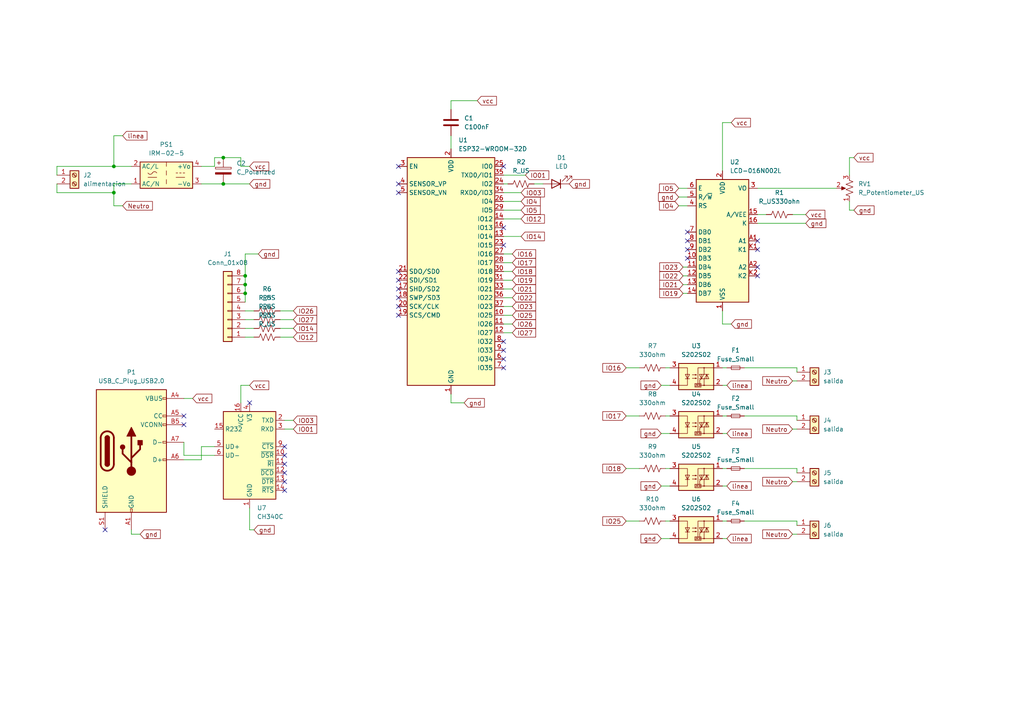
<source format=kicad_sch>
(kicad_sch (version 20250114) (generator "eeschema") (generator_version "9.0")
  (paper "A4")
  (title_block (title "Tarjeta 4 salidas") (date "2025-06-22") (rev "John Franco") (company "Titan s.a.s"))
  (lib_symbols
    (symbol "Connector:Screw_Terminal_01x02" (pin_names (offset 1.016) (hide yes))
      (property "Reference" "J" (at 0 2.54 0))
      (property "Value" "Screw_Terminal_01x02" (at 0 -5.08 0))
      (symbol "Screw_Terminal_01x02_1_1"
        (rectangle (start -1.27 1.27) (end 1.27 -3.81) (stroke (width 0.254)) (fill (type background)))
        (polyline (pts (xy -0.5334 0.3302) (xy 0.3302 -0.508)) (stroke (width 0.1524)))
        (polyline (pts (xy -0.5334 -2.2098) (xy 0.3302 -3.048)) (stroke (width 0.1524)))
        (polyline (pts (xy -0.3556 0.508) (xy 0.508 -0.3302)) (stroke (width 0.1524)))
        (polyline (pts (xy -0.3556 -2.032) (xy 0.508 -2.8702)) (stroke (width 0.1524)))
        (circle (center 0 0) (radius 0.635) (stroke (width 0.1524)))
        (circle (center 0 -2.54) (radius 0.635) (stroke (width 0.1524)))
        (pin passive line (at -5.08 0 0) (length 3.81) (name "Pin_1") (number "1"))
        (pin passive line (at -5.08 -2.54 0) (length 3.81) (name "Pin_2") (number "2"))
      )
    )
    (symbol "Connector:USB_C_Plug_USB2.0" (pin_names (offset 1.016))
      (property "Reference" "P" (at -10.16 19.05 0))
      (property "Value" "USB_C_Plug_USB2.0" (at 12.7 19.05 0))
      (symbol "USB_C_Plug_USB2.0_0_0"
        (rectangle (start -0.254 -17.78) (end 0.254 -16.764))
        (rectangle (start 10.16 15.494) (end 9.144 14.986))
        (rectangle (start 10.16 10.414) (end 9.144 9.906))
        (rectangle (start 10.16 7.874) (end 9.144 7.366))
        (rectangle (start 10.16 2.794) (end 9.144 2.286))
        (rectangle (start 10.16 -2.286) (end 9.144 -2.794))
      )
      (symbol "USB_C_Plug_USB2.0_0_1"
        (rectangle (start -10.16 17.78) (end 10.16 -17.78) (stroke (width 0.254)) (fill (type background)))
        (polyline (pts (xy -8.89 -3.81) (xy -8.89 3.81)) (stroke (width 0.508)))
        (rectangle (start -7.62 -3.81) (end -6.35 3.81) (stroke (width 0.254)) (fill (type outline)))
        (arc (start -7.62 3.81) (mid -6.985 4.4423) (end -6.35 3.81) (stroke (width 0.254)))
        (arc (start -7.62 3.81) (mid -6.985 4.4423) (end -6.35 3.81) (stroke (width 0.254)) (fill (type outline)))
        (arc (start -8.89 3.81) (mid -6.985 5.7067) (end -5.08 3.81) (stroke (width 0.508)))
        (arc (start -5.08 -3.81) (mid -6.985 -5.7067) (end -8.89 -3.81) (stroke (width 0.508)))
        (arc (start -6.35 -3.81) (mid -6.985 -4.4423) (end -7.62 -3.81) (stroke (width 0.254)))
        (arc (start -6.35 -3.81) (mid -6.985 -4.4423) (end -7.62 -3.81) (stroke (width 0.254)) (fill (type outline)))
        (polyline (pts (xy -5.08 3.81) (xy -5.08 -3.81)) (stroke (width 0.508)))
        (circle (center -2.54 1.143) (radius 0.635) (stroke (width 0.254)) (fill (type outline)))
        (polyline (pts (xy -1.27 4.318) (xy 0 6.858) (xy 1.27 4.318) (xy -1.27 4.318)) (stroke (width 0.254)) (fill (type outline)))
        (polyline (pts (xy 0 -2.032) (xy 2.54 0.508) (xy 2.54 1.778)) (stroke (width 0.508)))
        (polyline (pts (xy 0 -3.302) (xy -2.54 -0.762) (xy -2.54 0.508)) (stroke (width 0.508)))
        (polyline (pts (xy 0 -5.842) (xy 0 4.318)) (stroke (width 0.508)))
        (circle (center 0 -5.842) (radius 1.27) (fill (type outline)))
        (rectangle (start 1.905 1.778) (end 3.175 3.048) (stroke (width 0.254)) (fill (type outline)))
      )
      (symbol "USB_C_Plug_USB2.0_1_1"
        (pin passive line (at -7.62 -22.86 90) (length 5.08) (name "SHIELD") (number "S1"))
        (pin passive line (at 0 -22.86 90) (length 5.08) (name "GND") (number "A1"))
        (pin passive line (at 0 -22.86 90) (length 5.08) (hide yes) (name "GND") (number "A12"))
        (pin passive line (at 0 -22.86 90) (length 5.08) (hide yes) (name "GND") (number "B1"))
        (pin passive line (at 0 -22.86 90) (length 5.08) (hide yes) (name "GND") (number "B12"))
        (pin passive line (at 15.24 15.24 180) (length 5.08) (name "VBUS") (number "A4"))
        (pin passive line (at 15.24 15.24 180) (length 5.08) (hide yes) (name "VBUS") (number "A9"))
        (pin passive line (at 15.24 15.24 180) (length 5.08) (hide yes) (name "VBUS") (number "B4"))
        (pin passive line (at 15.24 15.24 180) (length 5.08) (hide yes) (name "VBUS") (number "B9"))
        (pin bidirectional line (at 15.24 10.16 180) (length 5.08) (name "CC") (number "A5"))
        (pin bidirectional line (at 15.24 7.62 180) (length 5.08) (name "VCONN") (number "B5"))
        (pin bidirectional line (at 15.24 2.54 180) (length 5.08) (name "D-") (number "A7"))
        (pin bidirectional line (at 15.24 -2.54 180) (length 5.08) (name "D+") (number "A6"))
      )
    )
    (symbol "Connector_Generic:Conn_01x08" (pin_names (offset 1.016) (hide yes))
      (property "Reference" "J" (at 0 10.16 0))
      (property "Value" "Conn_01x08" (at 0 -12.7 0))
      (symbol "Conn_01x08_1_1"
        (rectangle (start -1.27 8.89) (end 1.27 -11.43) (stroke (width 0.254)) (fill (type background)))
        (rectangle (start -1.27 7.747) (end 0 7.493) (stroke (width 0.1524)))
        (rectangle (start -1.27 5.207) (end 0 4.953) (stroke (width 0.1524)))
        (rectangle (start -1.27 2.667) (end 0 2.413) (stroke (width 0.1524)))
        (rectangle (start -1.27 0.127) (end 0 -0.127) (stroke (width 0.1524)))
        (rectangle (start -1.27 -2.413) (end 0 -2.667) (stroke (width 0.1524)))
        (rectangle (start -1.27 -4.953) (end 0 -5.207) (stroke (width 0.1524)))
        (rectangle (start -1.27 -7.493) (end 0 -7.747) (stroke (width 0.1524)))
        (rectangle (start -1.27 -10.033) (end 0 -10.287) (stroke (width 0.1524)))
        (pin passive line (at -5.08 7.62 0) (length 3.81) (name "Pin_1") (number "1"))
        (pin passive line (at -5.08 5.08 0) (length 3.81) (name "Pin_2") (number "2"))
        (pin passive line (at -5.08 2.54 0) (length 3.81) (name "Pin_3") (number "3"))
        (pin passive line (at -5.08 0 0) (length 3.81) (name "Pin_4") (number "4"))
        (pin passive line (at -5.08 -2.54 0) (length 3.81) (name "Pin_5") (number "5"))
        (pin passive line (at -5.08 -5.08 0) (length 3.81) (name "Pin_6") (number "6"))
        (pin passive line (at -5.08 -7.62 0) (length 3.81) (name "Pin_7") (number "7"))
        (pin passive line (at -5.08 -10.16 0) (length 3.81) (name "Pin_8") (number "8"))
      )
    )
    (symbol "Converter_ACDC:IRM-02-5"
      (property "Reference" "PS" (at 0 5.08 0))
      (property "Value" "IRM-02-5" (at 0 -5.08 0))
      (symbol "IRM-02-5_0_1"
        (rectangle (start -7.62 3.81) (end 7.62 -3.81) (stroke (width 0.254)) (fill (type background)))
        (polyline (pts (xy -5.334 -0.635) (xy -2.794 -0.635)))
        (arc (start -4.064 0.635) (mid -4.699 0.2495) (end -5.334 0.635))
        (arc (start -4.064 0.635) (mid -3.429 1.0072) (end -2.794 0.635))
        (polyline (pts (xy 2.794 0.635) (xy 3.302 0.635)))
        (polyline (pts (xy 2.794 -0.635) (xy 5.334 -0.635)))
        (polyline (pts (xy 3.81 0.635) (xy 4.318 0.635)))
        (polyline (pts (xy 4.826 0.635) (xy 5.334 0.635)))
      )
      (symbol "IRM-02-5_1_1"
        (polyline (pts (xy 0 3.81) (xy 0 2.54)))
        (polyline (pts (xy 0 1.27) (xy 0 0)))
        (polyline (pts (xy 0 -1.27) (xy 0 -2.54)))
        (pin power_in line (at -10.16 2.54 0) (length 2.54) (name "AC/L") (number "2"))
        (pin power_in line (at -10.16 -2.54 0) (length 2.54) (name "AC/N") (number "1"))
        (pin power_out line (at 10.16 2.54 180) (length 2.54) (name "+Vo") (number "4"))
        (pin power_out line (at 10.16 -2.54 180) (length 2.54) (name "-Vo") (number "3"))
      )
    )
    (symbol "Device:C" (pin_numbers (hide yes)) (pin_names (offset 0.254))
      (property "Reference" "C" (at 0.635 2.54 0))
      (property "Value" "C" (at 0.635 -2.54 0))
      (symbol "C_0_1"
        (polyline (pts (xy -2.032 0.762) (xy 2.032 0.762)) (stroke (width 0.508)))
        (polyline (pts (xy -2.032 -0.762) (xy 2.032 -0.762)) (stroke (width 0.508)))
      )
      (symbol "C_1_1"
        (pin passive line (at 0 3.81 270) (length 2.794) (name "~") (number "1"))
        (pin passive line (at 0 -3.81 90) (length 2.794) (name "~") (number "2"))
      )
    )
    (symbol "Device:C_Polarized" (pin_numbers (hide yes)) (pin_names (offset 0.254))
      (property "Reference" "C" (at 0.635 2.54 0))
      (property "Value" "C_Polarized" (at 0.635 -2.54 0))
      (symbol "C_Polarized_0_1"
        (rectangle (start -2.286 0.508) (end 2.286 1.016))
        (polyline (pts (xy -1.778 2.286) (xy -0.762 2.286)))
        (polyline (pts (xy -1.27 2.794) (xy -1.27 1.778)))
        (rectangle (start 2.286 -0.508) (end -2.286 -1.016) (fill (type outline)))
      )
      (symbol "C_Polarized_1_1"
        (pin passive line (at 0 3.81 270) (length 2.794) (name "~") (number "1"))
        (pin passive line (at 0 -3.81 90) (length 2.794) (name "~") (number "2"))
      )
    )
    (symbol "Device:Fuse_Small" (pin_numbers (hide yes)) (pin_names (offset 0.254) (hide yes))
      (property "Reference" "F" (at 0 -1.524 0))
      (property "Value" "Fuse_Small" (at 0 1.524 0))
      (symbol "Fuse_Small_0_1"
        (rectangle (start -1.27 0.508) (end 1.27 -0.508))
        (polyline (pts (xy -1.27 0) (xy 1.27 0)))
      )
      (symbol "Fuse_Small_1_1"
        (pin passive line (at -2.54 0 0) (length 1.27) (name "~") (number "1"))
        (pin passive line (at 2.54 0 180) (length 1.27) (name "~") (number "2"))
      )
    )
    (symbol "Device:LED" (pin_numbers (hide yes)) (pin_names (offset 1.016) (hide yes))
      (property "Reference" "D" (at 0 2.54 0))
      (property "Value" "LED" (at 0 -2.54 0))
      (symbol "LED_0_1"
        (polyline (pts (xy -3.048 -0.762) (xy -4.572 -2.286) (xy -3.81 -2.286) (xy -4.572 -2.286) (xy -4.572 -1.524)))
        (polyline (pts (xy -1.778 -0.762) (xy -3.302 -2.286) (xy -2.54 -2.286) (xy -3.302 -2.286) (xy -3.302 -1.524)))
        (polyline (pts (xy -1.27 0) (xy 1.27 0)))
        (polyline (pts (xy -1.27 -1.27) (xy -1.27 1.27)) (stroke (width 0.254)))
        (polyline (pts (xy 1.27 -1.27) (xy 1.27 1.27) (xy -1.27 0) (xy 1.27 -1.27)) (stroke (width 0.254)))
      )
      (symbol "LED_1_1"
        (pin passive line (at -3.81 0 0) (length 2.54) (name "K") (number "1"))
        (pin passive line (at 3.81 0 180) (length 2.54) (name "A") (number "2"))
      )
    )
    (symbol "Device:R_Potentiometer_US" (pin_names (offset 1.016) (hide yes))
      (property "Reference" "RV" (at -4.445 0 90))
      (property "Value" "R_Potentiometer_US" (at -2.54 0 90))
      (symbol "R_Potentiometer_US_0_1"
        (polyline (pts (xy 0 2.54) (xy 0 2.286)))
        (polyline (pts (xy 0 2.286) (xy 1.016 1.905) (xy 0 1.524) (xy -1.016 1.143) (xy 0 0.762)))
        (polyline (pts (xy 0 0.762) (xy 1.016 0.381) (xy 0 0) (xy -1.016 -0.381) (xy 0 -0.762)))
        (polyline (pts (xy 0 -0.762) (xy 1.016 -1.143) (xy 0 -1.524) (xy -1.016 -1.905) (xy 0 -2.286)))
        (polyline (pts (xy 0 -2.286) (xy 0 -2.54)))
        (polyline (pts (xy 1.143 0) (xy 2.286 0.508) (xy 2.286 -0.508) (xy 1.143 0)) (fill (type outline)))
        (polyline (pts (xy 2.54 0) (xy 1.524 0)))
      )
      (symbol "R_Potentiometer_US_1_1"
        (pin passive line (at 0 3.81 270) (length 1.27) (name "1") (number "1"))
        (pin passive line (at 0 -3.81 90) (length 1.27) (name "3") (number "3"))
        (pin passive line (at 3.81 0 180) (length 1.27) (name "2") (number "2"))
      )
    )
    (symbol "Device:R_US" (pin_numbers (hide yes)) (pin_names (offset 0))
      (property "Reference" "R" (at 2.54 0 90))
      (property "Value" "R_US" (at -2.54 0 90))
      (symbol "R_US_0_1"
        (polyline (pts (xy 0 2.286) (xy 0 2.54)))
        (polyline (pts (xy 0 2.286) (xy 1.016 1.905) (xy 0 1.524) (xy -1.016 1.143) (xy 0 0.762)))
        (polyline (pts (xy 0 0.762) (xy 1.016 0.381) (xy 0 0) (xy -1.016 -0.381) (xy 0 -0.762)))
        (polyline (pts (xy 0 -0.762) (xy 1.016 -1.143) (xy 0 -1.524) (xy -1.016 -1.905) (xy 0 -2.286)))
        (polyline (pts (xy 0 -2.286) (xy 0 -2.54)))
      )
      (symbol "R_US_1_1"
        (pin passive line (at 0 3.81 270) (length 1.27) (name "~") (number "1"))
        (pin passive line (at 0 -3.81 90) (length 1.27) (name "~") (number "2"))
      )
    )
    (symbol "Display_Character:LCD-016N002L"
      (property "Reference" "U" (at -6.35 18.796 0))
      (property "Value" "LCD-016N002L" (at 8.636 18.796 0))
      (symbol "LCD-016N002L_1_1"
        (rectangle (start -7.62 17.78) (end 7.62 -17.78) (stroke (width 0.254)) (fill (type background)))
        (pin input line (at -10.16 15.24 0) (length 2.54) (name "E") (number "6"))
        (pin input line (at -10.16 12.7 0) (length 2.54) (name "R/~{W}") (number "5"))
        (pin input line (at -10.16 10.16 0) (length 2.54) (name "RS") (number "4"))
        (pin bidirectional line (at -10.16 2.54 0) (length 2.54) (name "DB0") (number "7"))
        (pin bidirectional line (at -10.16 0 0) (length 2.54) (name "DB1") (number "8"))
        (pin bidirectional line (at -10.16 -2.54 0) (length 2.54) (name "DB2") (number "9"))
        (pin bidirectional line (at -10.16 -5.08 0) (length 2.54) (name "DB3") (number "10"))
        (pin bidirectional line (at -10.16 -7.62 0) (length 2.54) (name "DB4") (number "11"))
        (pin bidirectional line (at -10.16 -10.16 0) (length 2.54) (name "DB5") (number "12"))
        (pin bidirectional line (at -10.16 -12.7 0) (length 2.54) (name "DB6") (number "13"))
        (pin bidirectional line (at -10.16 -15.24 0) (length 2.54) (name "DB7") (number "14"))
        (pin power_in line (at 0 20.32 270) (length 2.54) (name "VDD") (number "2"))
        (pin power_in line (at 0 -20.32 90) (length 2.54) (name "VSS") (number "1"))
        (pin input line (at 10.16 15.24 180) (length 2.54) (name "VO") (number "3"))
        (pin power_in line (at 10.16 7.62 180) (length 2.54) (name "A/VEE") (number "15"))
        (pin power_in line (at 10.16 5.08 180) (length 2.54) (name "K") (number "16"))
        (pin power_in line (at 10.16 0 180) (length 2.54) (name "A1") (number "A1"))
        (pin power_in line (at 10.16 -2.54 180) (length 2.54) (name "K1") (number "K1"))
        (pin power_in line (at 10.16 -7.62 180) (length 2.54) (name "A2") (number "A2"))
        (pin power_in line (at 10.16 -10.16 180) (length 2.54) (name "K2") (number "K2"))
      )
    )
    (symbol "Interface_USB:CH340C"
      (property "Reference" "U" (at -5.08 13.97 0))
      (property "Value" "CH340C" (at 1.27 13.97 0))
      (symbol "CH340C_0_1"
        (rectangle (start -7.62 12.7) (end 7.62 -12.7) (stroke (width 0.254)) (fill (type background)))
      )
      (symbol "CH340C_1_1"
        (pin input line (at -10.16 7.62 0) (length 2.54) (name "R232") (number "15"))
        (pin bidirectional line (at -10.16 2.54 0) (length 2.54) (name "UD+") (number "5"))
        (pin bidirectional line (at -10.16 0 0) (length 2.54) (name "UD-") (number "6"))
        (pin no_connect line (at -7.62 -5.08 0) (length 2.54) (hide yes) (name "NC") (number "7"))
        (pin no_connect line (at -7.62 -7.62 0) (length 2.54) (hide yes) (name "NC") (number "8"))
        (pin power_in line (at -2.54 15.24 270) (length 2.54) (name "VCC") (number "16"))
        (pin power_out line (at 0 15.24 270) (length 2.54) (name "V3") (number "4"))
        (pin power_in line (at 0 -15.24 90) (length 2.54) (name "GND") (number "1"))
        (pin output line (at 10.16 10.16 180) (length 2.54) (name "TXD") (number "2"))
        (pin input line (at 10.16 7.62 180) (length 2.54) (name "RXD") (number "3"))
        (pin input line (at 10.16 2.54 180) (length 2.54) (name "~{CTS}") (number "9"))
        (pin input line (at 10.16 0 180) (length 2.54) (name "~{DSR}") (number "10"))
        (pin input line (at 10.16 -2.54 180) (length 2.54) (name "~{RI}") (number "11"))
        (pin input line (at 10.16 -5.08 180) (length 2.54) (name "~{DCD}") (number "12"))
        (pin output line (at 10.16 -7.62 180) (length 2.54) (name "~{DTR}") (number "13"))
        (pin output line (at 10.16 -10.16 180) (length 2.54) (name "~{RTS}") (number "14"))
      )
    )
    (symbol "RF_Module:ESP32-WROOM-32D"
      (property "Reference" "U" (at -12.7 34.29 0))
      (property "Value" "ESP32-WROOM-32D" (at 1.27 34.29 0))
      (symbol "ESP32-WROOM-32D_0_1"
        (rectangle (start -12.7 33.02) (end 12.7 -33.02) (stroke (width 0.254)) (fill (type background)))
      )
      (symbol "ESP32-WROOM-32D_1_1"
        (pin input line (at -15.24 30.48 0) (length 2.54) (name "EN") (number "3"))
        (pin input line (at -15.24 25.4 0) (length 2.54) (name "SENSOR_VP") (number "4"))
        (pin input line (at -15.24 22.86 0) (length 2.54) (name "SENSOR_VN") (number "5"))
        (pin bidirectional line (at -15.24 0 0) (length 2.54) (name "SDO/SD0") (number "21"))
        (pin bidirectional line (at -15.24 -2.54 0) (length 2.54) (name "SDI/SD1") (number "22"))
        (pin bidirectional line (at -15.24 -5.08 0) (length 2.54) (name "SHD/SD2") (number "17"))
        (pin bidirectional line (at -15.24 -7.62 0) (length 2.54) (name "SWP/SD3") (number "18"))
        (pin bidirectional line (at -15.24 -10.16 0) (length 2.54) (name "SCK/CLK") (number "20"))
        (pin bidirectional line (at -15.24 -12.7 0) (length 2.54) (name "SCS/CMD") (number "19"))
        (pin no_connect line (at -12.7 -27.94 0) (length 2.54) (hide yes) (name "NC") (number "32"))
        (pin power_in line (at 0 35.56 270) (length 2.54) (name "VDD") (number "2"))
        (pin power_in line (at 0 -35.56 90) (length 2.54) (name "GND") (number "1"))
        (pin passive line (at 0 -35.56 90) (length 2.54) (hide yes) (name "GND") (number "15"))
        (pin passive line (at 0 -35.56 90) (length 2.54) (hide yes) (name "GND") (number "38"))
        (pin passive line (at 0 -35.56 90) (length 2.54) (hide yes) (name "GND") (number "39"))
        (pin bidirectional line (at 15.24 30.48 180) (length 2.54) (name "IO0") (number "25"))
        (pin bidirectional line (at 15.24 27.94 180) (length 2.54) (name "TXD0/IO1") (number "35"))
        (pin bidirectional line (at 15.24 25.4 180) (length 2.54) (name "IO2") (number "24"))
        (pin bidirectional line (at 15.24 22.86 180) (length 2.54) (name "RXD0/IO3") (number "34"))
        (pin bidirectional line (at 15.24 20.32 180) (length 2.54) (name "IO4") (number "26"))
        (pin bidirectional line (at 15.24 17.78 180) (length 2.54) (name "IO5") (number "29"))
        (pin bidirectional line (at 15.24 15.24 180) (length 2.54) (name "IO12") (number "14"))
        (pin bidirectional line (at 15.24 12.7 180) (length 2.54) (name "IO13") (number "16"))
        (pin bidirectional line (at 15.24 10.16 180) (length 2.54) (name "IO14") (number "13"))
        (pin bidirectional line (at 15.24 7.62 180) (length 2.54) (name "IO15") (number "23"))
        (pin bidirectional line (at 15.24 5.08 180) (length 2.54) (name "IO16") (number "27"))
        (pin bidirectional line (at 15.24 2.54 180) (length 2.54) (name "IO17") (number "28"))
        (pin bidirectional line (at 15.24 0 180) (length 2.54) (name "IO18") (number "30"))
        (pin bidirectional line (at 15.24 -2.54 180) (length 2.54) (name "IO19") (number "31"))
        (pin bidirectional line (at 15.24 -5.08 180) (length 2.54) (name "IO21") (number "33"))
        (pin bidirectional line (at 15.24 -7.62 180) (length 2.54) (name "IO22") (number "36"))
        (pin bidirectional line (at 15.24 -10.16 180) (length 2.54) (name "IO23") (number "37"))
        (pin bidirectional line (at 15.24 -12.7 180) (length 2.54) (name "IO25") (number "10"))
        (pin bidirectional line (at 15.24 -15.24 180) (length 2.54) (name "IO26") (number "11"))
        (pin bidirectional line (at 15.24 -17.78 180) (length 2.54) (name "IO27") (number "12"))
        (pin bidirectional line (at 15.24 -20.32 180) (length 2.54) (name "IO32") (number "8"))
        (pin bidirectional line (at 15.24 -22.86 180) (length 2.54) (name "IO33") (number "9"))
        (pin input line (at 15.24 -25.4 180) (length 2.54) (name "IO34") (number "6"))
        (pin input line (at 15.24 -27.94 180) (length 2.54) (name "IO35") (number "7"))
      )
    )
    (symbol "Relay_SolidState:S202S02"
      (property "Reference" "U" (at -5.08 5.08 0))
      (property "Value" "S202S02" (at 0 5.08 0))
      (symbol "S202S02_0_0"
        (rectangle (start -0.381 -2.032) (end 1.397 -3.048))
        (polyline (pts (xy 1.524 -0.635) (xy 1.016 -1.016) (xy 1.016 -2.032)))
        (polyline (pts (xy 2.286 -2.54) (xy 1.397 -2.54)))
        (text "ZCD" (at 0.508 -2.54 0) (effects (font (size 0.508 0.508))))
      )
      (symbol "S202S02_0_1"
        (rectangle (start -5.08 3.81) (end 5.08 -3.81) (stroke (width 0.254)) (fill (type background)))
        (polyline (pts (xy -5.08 2.54) (xy -2.54 2.54) (xy -2.54 -2.54) (xy -5.08 -2.54)))
        (polyline (pts (xy -3.175 -0.635) (xy -1.905 -0.635)))
        (polyline (pts (xy -2.54 -0.635) (xy -3.175 0.635) (xy -1.905 0.635) (xy -2.54 -0.635)))
        (polyline (pts (xy -1.143 0.508) (xy 0.127 0.508) (xy -0.254 0.381) (xy -0.254 0.635) (xy 0.127 0.508)))
        (polyline (pts (xy -1.143 -0.508) (xy 0.127 -0.508) (xy -0.254 -0.635) (xy -0.254 -0.381) (xy 0.127 -0.508)))
        (polyline (pts (xy 0.889 -0.635) (xy 3.683 -0.635) (xy 3.048 0.635) (xy 2.413 -0.635)))
        (polyline (pts (xy 1.524 -0.635) (xy 1.524 0.635)))
        (polyline (pts (xy 2.286 2.54) (xy 0.508 2.54) (xy 0.508 -2.032)))
        (circle (center 2.286 2.54) (radius 0.127))
        (polyline (pts (xy 2.286 0.635) (xy 2.286 2.54) (xy 5.08 2.54)))
        (polyline (pts (xy 2.286 -0.635) (xy 2.286 -2.54) (xy 5.08 -2.54)))
        (circle (center 2.286 -2.54) (radius 0.127))
        (polyline (pts (xy 3.048 0.635) (xy 3.048 -0.635)))
        (polyline (pts (xy 3.683 0.635) (xy 0.889 0.635) (xy 1.524 -0.635) (xy 2.159 0.635)))
      )
      (symbol "S202S02_1_1"
        (pin passive line (at -7.62 2.54 0) (length 2.54) (name "~") (number "3"))
        (pin passive line (at -7.62 -2.54 0) (length 2.54) (name "~") (number "4"))
        (pin passive line (at 7.62 2.54 180) (length 2.54) (name "~") (number "1"))
        (pin passive line (at 7.62 -2.54 180) (length 2.54) (name "~") (number "2"))
      )
    )
  )
  (junction (at 64.77 53.34))
  (junction (at 33.02 48.26))
  (junction (at 33.02 55.88))
  (junction (at 71.12 82.55))
  (junction (at 71.12 85.09))
  (junction (at 71.12 80.01))
  (junction (at 64.77 45.72))
  (no_connect (at 146.05 101.6))
  (no_connect (at 219.71 77.47))
  (no_connect (at 115.57 55.88))
  (no_connect (at 82.55 139.7))
  (no_connect (at 115.57 48.26))
  (no_connect (at 82.55 142.24))
  (no_connect (at 199.39 69.85))
  (no_connect (at 146.05 66.04))
  (no_connect (at 82.55 129.54))
  (no_connect (at 115.57 83.82))
  (no_connect (at 199.39 67.31))
  (no_connect (at 82.55 134.62))
  (no_connect (at 53.34 120.65))
  (no_connect (at 30.48 153.67))
  (no_connect (at 146.05 71.12))
  (no_connect (at 53.34 123.19))
  (no_connect (at 115.57 53.34))
  (no_connect (at 146.05 99.06))
  (no_connect (at 146.05 106.68))
  (no_connect (at 219.71 69.85))
  (no_connect (at 199.39 74.93))
  (no_connect (at 146.05 48.26))
  (no_connect (at 82.55 132.08))
  (no_connect (at 115.57 91.44))
  (no_connect (at 219.71 80.01))
  (no_connect (at 219.71 72.39))
  (no_connect (at 115.57 88.9))
  (no_connect (at 146.05 104.14))
  (no_connect (at 115.57 78.74))
  (no_connect (at 115.57 86.36))
  (no_connect (at 72.39 116.84))
  (no_connect (at 115.57 81.28))
  (no_connect (at 82.55 137.16))
  (no_connect (at 199.39 72.39))
  (wire (pts (xy 209.55 93.98) (xy 212.09 93.98)))
  (wire (pts (xy 16.51 55.88) (xy 33.02 55.88)))
  (wire (pts (xy 146.05 88.9) (xy 148.59 88.9)))
  (wire (pts (xy 146.05 91.44) (xy 148.59 91.44)))
  (wire (pts (xy 71.12 92.71) (xy 73.66 92.71)))
  (wire (pts (xy 219.71 54.61) (xy 242.57 54.61)))
  (wire (pts (xy 191.77 140.97) (xy 194.31 140.97)))
  (wire (pts (xy 62.23 45.72) (xy 64.77 45.72)))
  (wire (pts (xy 81.28 90.17) (xy 85.09 90.17)))
  (wire (pts (xy 53.34 128.27) (xy 53.34 132.08)))
  (wire (pts (xy 146.05 78.74) (xy 148.59 78.74)))
  (wire (pts (xy 219.71 62.23) (xy 222.25 62.23)))
  (wire (pts (xy 209.55 135.89) (xy 210.82 135.89)))
  (wire (pts (xy 146.05 68.58) (xy 151.13 68.58)))
  (wire (pts (xy 58.42 129.54) (xy 62.23 129.54)))
  (wire (pts (xy 69.85 45.72) (xy 64.77 45.72)))
  (wire (pts (xy 81.28 92.71) (xy 85.09 92.71)))
  (wire (pts (xy 58.42 48.26) (xy 62.23 48.26)))
  (wire (pts (xy 229.87 110.49) (xy 231.14 110.49)))
  (wire (pts (xy 209.55 111.76) (xy 210.82 111.76)))
  (wire (pts (xy 198.12 85.09) (xy 199.39 85.09)))
  (wire (pts (xy 198.12 82.55) (xy 199.39 82.55)))
  (wire (pts (xy 38.1 154.94) (xy 38.1 153.67)))
  (wire (pts (xy 229.87 139.7) (xy 231.14 139.7)))
  (wire (pts (xy 81.28 95.25) (xy 85.09 95.25)))
  (wire (pts (xy 231.14 106.68) (xy 231.14 107.95)))
  (wire (pts (xy 71.12 95.25) (xy 73.66 95.25)))
  (wire (pts (xy 209.55 106.68) (xy 210.82 106.68)))
  (wire (pts (xy 191.77 111.76) (xy 194.31 111.76)))
  (wire (pts (xy 138.43 29.21) (xy 130.81 29.21)))
  (wire (pts (xy 130.81 116.84) (xy 134.62 116.84)))
  (wire (pts (xy 64.77 53.34) (xy 72.39 53.34)))
  (wire (pts (xy 193.04 151.13) (xy 194.31 151.13)))
  (wire (pts (xy 191.77 125.73) (xy 194.31 125.73)))
  (wire (pts (xy 146.05 50.8) (xy 152.4 50.8)))
  (wire (pts (xy 193.04 135.89) (xy 194.31 135.89)))
  (wire (pts (xy 231.14 137.16) (xy 231.14 135.89)))
  (wire (pts (xy 209.55 35.56) (xy 212.09 35.56)))
  (wire (pts (xy 58.42 53.34) (xy 64.77 53.34)))
  (wire (pts (xy 196.85 54.61) (xy 199.39 54.61)))
  (wire (pts (xy 196.85 57.15) (xy 199.39 57.15)))
  (wire (pts (xy 209.55 140.97) (xy 210.82 140.97)))
  (wire (pts (xy 69.85 48.26) (xy 69.85 45.72)))
  (wire (pts (xy 146.05 96.52) (xy 148.59 96.52)))
  (wire (pts (xy 191.77 156.21) (xy 194.31 156.21)))
  (wire (pts (xy 196.85 59.69) (xy 199.39 59.69)))
  (wire (pts (xy 72.39 111.76) (xy 69.85 111.76)))
  (wire (pts (xy 16.51 48.26) (xy 33.02 48.26)))
  (wire (pts (xy 193.04 120.65) (xy 194.31 120.65)))
  (wire (pts (xy 193.04 106.68) (xy 194.31 106.68)))
  (wire (pts (xy 33.02 39.37) (xy 33.02 48.26)))
  (wire (pts (xy 181.61 151.13) (xy 185.42 151.13)))
  (wire (pts (xy 229.87 154.94) (xy 231.14 154.94)))
  (wire (pts (xy 246.38 58.42) (xy 246.38 60.96)))
  (wire (pts (xy 146.05 83.82) (xy 148.59 83.82)))
  (wire (pts (xy 16.51 53.34) (xy 16.51 55.88)))
  (wire (pts (xy 209.55 35.56) (xy 209.55 49.53)))
  (wire (pts (xy 219.71 64.77) (xy 233.68 64.77)))
  (wire (pts (xy 72.39 48.26) (xy 69.85 48.26)))
  (wire (pts (xy 62.23 48.26) (xy 62.23 45.72)))
  (wire (pts (xy 71.12 90.17) (xy 73.66 90.17)))
  (wire (pts (xy 146.05 58.42) (xy 151.13 58.42)))
  (wire (pts (xy 146.05 76.2) (xy 148.59 76.2)))
  (wire (pts (xy 16.51 50.8) (xy 16.51 48.26)))
  (wire (pts (xy 35.56 59.69) (xy 33.02 59.69)))
  (wire (pts (xy 231.14 106.68) (xy 215.9 106.68)))
  (wire (pts (xy 82.55 121.92) (xy 85.09 121.92)))
  (wire (pts (xy 209.55 120.65) (xy 210.82 120.65)))
  (wire (pts (xy 71.12 82.55) (xy 71.12 85.09)))
  (wire (pts (xy 198.12 77.47) (xy 199.39 77.47)))
  (wire (pts (xy 181.61 120.65) (xy 185.42 120.65)))
  (wire (pts (xy 146.05 53.34) (xy 147.32 53.34)))
  (wire (pts (xy 246.38 45.72) (xy 247.65 45.72)))
  (wire (pts (xy 146.05 73.66) (xy 148.59 73.66)))
  (wire (pts (xy 71.12 80.01) (xy 71.12 82.55)))
  (wire (pts (xy 146.05 60.96) (xy 151.13 60.96)))
  (wire (pts (xy 35.56 39.37) (xy 33.02 39.37)))
  (wire (pts (xy 130.81 39.37) (xy 130.81 43.18)))
  (wire (pts (xy 71.12 73.66) (xy 71.12 80.01)))
  (wire (pts (xy 246.38 60.96) (xy 247.65 60.96)))
  (wire (pts (xy 38.1 48.26) (xy 33.02 48.26)))
  (wire (pts (xy 231.14 152.4) (xy 231.14 151.13)))
  (wire (pts (xy 72.39 147.32) (xy 72.39 153.67)))
  (wire (pts (xy 53.34 133.35) (xy 58.42 133.35)))
  (wire (pts (xy 209.55 90.17) (xy 209.55 93.98)))
  (wire (pts (xy 58.42 133.35) (xy 58.42 129.54)))
  (wire (pts (xy 71.12 97.79) (xy 73.66 97.79)))
  (wire (pts (xy 74.93 73.66) (xy 71.12 73.66)))
  (wire (pts (xy 146.05 86.36) (xy 148.59 86.36)))
  (wire (pts (xy 82.55 124.46) (xy 85.09 124.46)))
  (wire (pts (xy 146.05 63.5) (xy 151.13 63.5)))
  (wire (pts (xy 229.87 124.46) (xy 231.14 124.46)))
  (wire (pts (xy 181.61 135.89) (xy 185.42 135.89)))
  (wire (pts (xy 72.39 153.67) (xy 73.66 153.67)))
  (wire (pts (xy 209.55 151.13) (xy 210.82 151.13)))
  (wire (pts (xy 146.05 55.88) (xy 151.13 55.88)))
  (wire (pts (xy 231.14 135.89) (xy 215.9 135.89)))
  (wire (pts (xy 33.02 59.69) (xy 33.02 55.88)))
  (wire (pts (xy 229.87 62.23) (xy 233.68 62.23)))
  (wire (pts (xy 209.55 125.73) (xy 210.82 125.73)))
  (wire (pts (xy 53.34 132.08) (xy 62.23 132.08)))
  (wire (pts (xy 231.14 151.13) (xy 215.9 151.13)))
  (wire (pts (xy 154.94 53.34) (xy 157.48 53.34)))
  (wire (pts (xy 146.05 93.98) (xy 148.59 93.98)))
  (wire (pts (xy 181.61 106.68) (xy 185.42 106.68)))
  (wire (pts (xy 199.39 80.01) (xy 198.12 80.01)))
  (wire (pts (xy 71.12 85.09) (xy 71.12 87.63)))
  (wire (pts (xy 146.05 81.28) (xy 148.59 81.28)))
  (wire (pts (xy 209.55 156.21) (xy 210.82 156.21)))
  (wire (pts (xy 81.28 97.79) (xy 85.09 97.79)))
  (wire (pts (xy 69.85 111.76) (xy 69.85 116.84)))
  (wire (pts (xy 40.64 154.94) (xy 38.1 154.94)))
  (wire (pts (xy 246.38 50.8) (xy 246.38 45.72)))
  (wire (pts (xy 130.81 29.21) (xy 130.81 31.75)))
  (wire (pts (xy 38.1 53.34) (xy 33.02 53.34)))
  (wire (pts (xy 130.81 114.3) (xy 130.81 116.84)))
  (wire (pts (xy 33.02 55.88) (xy 33.02 53.34)))
  (wire (pts (xy 231.14 120.65) (xy 215.9 120.65)))
  (wire (pts (xy 53.34 115.57) (xy 55.88 115.57)))
  (wire (pts (xy 231.14 121.92) (xy 231.14 120.65)))
  (global_label "IO26" (shape input) (at 85.09 90.17 0) (property "Intersheetrefs" "${INTERSHEET_REFS}" (effects (hide yes))))
  (global_label "Neutro" (shape input) (at 229.87 124.46 180) (property "Intersheetrefs" "${INTERSHEET_REFS}" (effects (hide yes))))
  (global_label "IO19" (shape input) (at 148.59 81.28 0) (property "Intersheetrefs" "${INTERSHEET_REFS}" (effects (hide yes))))
  (global_label "IO01" (shape input) (at 85.09 124.46 0) (property "Intersheetrefs" "${INTERSHEET_REFS}" (effects (hide yes))))
  (global_label "linea" (shape input) (at 210.82 140.97 0) (property "Intersheetrefs" "${INTERSHEET_REFS}" (effects (hide yes))))
  (global_label "Neutro" (shape input) (at 229.87 139.7 180) (property "Intersheetrefs" "${INTERSHEET_REFS}" (effects (hide yes))))
  (global_label "vcc" (shape input) (at 233.68 62.23 0) (property "Intersheetrefs" "${INTERSHEET_REFS}" (effects (hide yes))))
  (global_label "Neutro" (shape input) (at 229.87 110.49 180) (property "Intersheetrefs" "${INTERSHEET_REFS}" (effects (hide yes))))
  (global_label "linea" (shape input) (at 210.82 111.76 0) (property "Intersheetrefs" "${INTERSHEET_REFS}" (effects (hide yes))))
  (global_label "IO23" (shape input) (at 148.59 88.9 0) (property "Intersheetrefs" "${INTERSHEET_REFS}" (effects (hide yes))))
  (global_label "gnd" (shape input) (at 191.77 156.21 180) (property "Intersheetrefs" "${INTERSHEET_REFS}" (effects (hide yes))))
  (global_label "IO21" (shape input) (at 148.59 83.82 0) (property "Intersheetrefs" "${INTERSHEET_REFS}" (effects (hide yes))))
  (global_label "gnd" (shape input) (at 191.77 111.76 180) (property "Intersheetrefs" "${INTERSHEET_REFS}" (effects (hide yes))))
  (global_label "vcc" (shape input) (at 72.39 48.26 0) (property "Intersheetrefs" "${INTERSHEET_REFS}" (effects (hide yes))))
  (global_label "IO16" (shape input) (at 148.59 73.66 0) (property "Intersheetrefs" "${INTERSHEET_REFS}" (effects (hide yes))))
  (global_label "gnd" (shape input) (at 134.62 116.84 0) (property "Intersheetrefs" "${INTERSHEET_REFS}" (effects (hide yes))))
  (global_label "IO21" (shape input) (at 198.12 82.55 180) (property "Intersheetrefs" "${INTERSHEET_REFS}" (effects (hide yes))))
  (global_label "linea" (shape input) (at 210.82 125.73 0) (property "Intersheetrefs" "${INTERSHEET_REFS}" (effects (hide yes))))
  (global_label "gnd" (shape input) (at 191.77 125.73 180) (property "Intersheetrefs" "${INTERSHEET_REFS}" (effects (hide yes))))
  (global_label "IO12" (shape input) (at 151.13 63.5 0) (property "Intersheetrefs" "${INTERSHEET_REFS}" (effects (hide yes))))
  (global_label "Neutro" (shape input) (at 229.87 154.94 180) (property "Intersheetrefs" "${INTERSHEET_REFS}" (effects (hide yes))))
  (global_label "IO16" (shape input) (at 181.61 106.68 180) (property "Intersheetrefs" "${INTERSHEET_REFS}" (effects (hide yes))))
  (global_label "IO4" (shape input) (at 151.13 58.42 0) (property "Intersheetrefs" "${INTERSHEET_REFS}" (effects (hide yes))))
  (global_label "gnd" (shape input) (at 191.77 140.97 180) (property "Intersheetrefs" "${INTERSHEET_REFS}" (effects (hide yes))))
  (global_label "IO26" (shape input) (at 148.59 93.98 0) (property "Intersheetrefs" "${INTERSHEET_REFS}" (effects (hide yes))))
  (global_label "gnd" (shape input) (at 40.64 154.94 0) (property "Intersheetrefs" "${INTERSHEET_REFS}" (effects (hide yes))))
  (global_label "IO23" (shape input) (at 198.12 77.47 180) (property "Intersheetrefs" "${INTERSHEET_REFS}" (effects (hide yes))))
  (global_label "linea" (shape input) (at 35.56 39.37 0) (property "Intersheetrefs" "${INTERSHEET_REFS}" (effects (hide yes))))
  (global_label "IO14" (shape input) (at 151.13 68.58 0) (property "Intersheetrefs" "${INTERSHEET_REFS}" (effects (hide yes))))
  (global_label "gnd" (shape input) (at 165.1 53.34 0) (property "Intersheetrefs" "${INTERSHEET_REFS}" (effects (hide yes))))
  (global_label "IO25" (shape input) (at 181.61 151.13 180) (property "Intersheetrefs" "${INTERSHEET_REFS}" (effects (hide yes))))
  (global_label "gnd" (shape input) (at 212.09 93.98 0) (property "Intersheetrefs" "${INTERSHEET_REFS}" (effects (hide yes))))
  (global_label "IO17" (shape input) (at 148.59 76.2 0) (property "Intersheetrefs" "${INTERSHEET_REFS}" (effects (hide yes))))
  (global_label "vcc" (shape input) (at 138.43 29.21 0) (property "Intersheetrefs" "${INTERSHEET_REFS}" (effects (hide yes))))
  (global_label "IO03" (shape input) (at 85.09 121.92 0) (property "Intersheetrefs" "${INTERSHEET_REFS}" (effects (hide yes))))
  (global_label "IO03" (shape input) (at 151.13 55.88 0) (property "Intersheetrefs" "${INTERSHEET_REFS}" (effects (hide yes))))
  (global_label "IO17" (shape input) (at 181.61 120.65 180) (property "Intersheetrefs" "${INTERSHEET_REFS}" (effects (hide yes))))
  (global_label "IO12" (shape input) (at 85.09 97.79 0) (property "Intersheetrefs" "${INTERSHEET_REFS}" (effects (hide yes))))
  (global_label "IO27" (shape input) (at 148.59 96.52 0) (property "Intersheetrefs" "${INTERSHEET_REFS}" (effects (hide yes))))
  (global_label "gnd" (shape input) (at 233.68 64.77 0) (property "Intersheetrefs" "${INTERSHEET_REFS}" (effects (hide yes))))
  (global_label "linea" (shape input) (at 210.82 156.21 0) (property "Intersheetrefs" "${INTERSHEET_REFS}" (effects (hide yes))))
  (global_label "IO27" (shape input) (at 85.09 92.71 0) (property "Intersheetrefs" "${INTERSHEET_REFS}" (effects (hide yes))))
  (global_label "IO18" (shape input) (at 148.59 78.74 0) (property "Intersheetrefs" "${INTERSHEET_REFS}" (effects (hide yes))))
  (global_label "gnd" (shape input) (at 73.66 153.67 0) (property "Intersheetrefs" "${INTERSHEET_REFS}" (effects (hide yes))))
  (global_label "vcc" (shape input) (at 55.88 115.57 0) (property "Intersheetrefs" "${INTERSHEET_REFS}" (effects (hide yes))))
  (global_label "IO5" (shape input) (at 151.13 60.96 0) (property "Intersheetrefs" "${INTERSHEET_REFS}" (effects (hide yes))))
  (global_label "Neutro" (shape input) (at 35.56 59.69 0) (property "Intersheetrefs" "${INTERSHEET_REFS}" (effects (hide yes))))
  (global_label "IO25" (shape input) (at 148.59 91.44 0) (property "Intersheetrefs" "${INTERSHEET_REFS}" (effects (hide yes))))
  (global_label "IO01" (shape input) (at 152.4 50.8 0) (property "Intersheetrefs" "${INTERSHEET_REFS}" (effects (hide yes))))
  (global_label "vcc" (shape input) (at 247.65 45.72 0) (property "Intersheetrefs" "${INTERSHEET_REFS}" (effects (hide yes))))
  (global_label "IO14" (shape input) (at 85.09 95.25 0) (property "Intersheetrefs" "${INTERSHEET_REFS}" (effects (hide yes))))
  (global_label "gnd" (shape input) (at 247.65 60.96 0) (property "Intersheetrefs" "${INTERSHEET_REFS}" (effects (hide yes))))
  (global_label "IO18" (shape input) (at 181.61 135.89 180) (property "Intersheetrefs" "${INTERSHEET_REFS}" (effects (hide yes))))
  (global_label "IO19" (shape input) (at 198.12 85.09 180) (property "Intersheetrefs" "${INTERSHEET_REFS}" (effects (hide yes))))
  (global_label "vcc" (shape input) (at 212.09 35.56 0) (property "Intersheetrefs" "${INTERSHEET_REFS}" (effects (hide yes))))
  (global_label "gnd" (shape input) (at 74.93 73.66 0) (property "Intersheetrefs" "${INTERSHEET_REFS}" (effects (hide yes))))
  (global_label "gnd" (shape input) (at 196.85 57.15 180) (property "Intersheetrefs" "${INTERSHEET_REFS}" (effects (hide yes))))
  (global_label "gnd" (shape input) (at 72.39 53.34 0) (property "Intersheetrefs" "${INTERSHEET_REFS}" (effects (hide yes))))
  (global_label "IO22" (shape input) (at 148.59 86.36 0) (property "Intersheetrefs" "${INTERSHEET_REFS}" (effects (hide yes))))
  (global_label "vcc" (shape input) (at 72.39 111.76 0) (property "Intersheetrefs" "${INTERSHEET_REFS}" (effects (hide yes))))
  (global_label "IO5" (shape input) (at 196.85 54.61 180) (property "Intersheetrefs" "${INTERSHEET_REFS}" (effects (hide yes))))
  (global_label "IO4" (shape input) (at 196.85 59.69 180) (property "Intersheetrefs" "${INTERSHEET_REFS}" (effects (hide yes))))
  (global_label "IO22" (shape input) (at 198.12 80.01 180) (property "Intersheetrefs" "${INTERSHEET_REFS}" (effects (hide yes))))
  (symbol (lib_id "Device:LED") (at 161.29 53.34 180) (unit 1)
    (property "Reference" "D1" (at 162.8775 45.72 0))
    (property "Value" "LED" (at 162.8775 48.26 0))
    (property "Footprint" "LED_SMD:LED_0805_2012Metric" (effects (hide yes)))
    (property "Description" "Light emitting diode" (effects (hide yes)))
    (property "Sim.Pins" "1=K 2=A" (effects (hide yes)))
  )
  (symbol (lib_id "Device:Fuse_Small") (at 213.36 120.65 0) (unit 1)
    (property "Reference" "F2" (at 213.36 115.57 0))
    (property "Value" "Fuse_Small" (at 213.36 118.11 0))
    (property "Footprint" "Fuse:Fuseholder_Cylinder-6.3x32mm_Schurter_0031-8002_Horizontal_Open" (effects (hide yes)))
    (property "Description" "Fuse, small symbol" (effects (hide yes)))
  )
  (symbol (lib_id "Relay_SolidState:S202S02") (at 201.93 138.43 0) (unit 1)
    (property "Reference" "U5" (at 201.93 129.54 0))
    (property "Value" "S202S02" (at 201.93 132.08 0))
    (property "Footprint" "Package_SIP:SIP4_Sharp-SSR_P7.62mm_Straight" (effects (hide yes)))
    (property "Datasheet" "http://www.sharp-world.com/products/device/lineup/data/pdf/datasheet/s102s02_e.pdf" (effects (hide yes)))
    (property "Description" "Zero Cross Opto-Triac, Vdrm 600V, Ift 8mA, IT 8A" (effects (hide yes)))
  )
  (symbol (lib_id "Device:R_US") (at 226.06 62.23 90) (unit 1)
    (property "Reference" "R1" (at 226.06 55.88 90))
    (property "Value" "R_US330ohn" (at 226.06 58.42 90))
    (property "Footprint" "Resistor_SMD:R_0805_2012Metric" (effects (hide yes)))
    (property "Description" "Resistor, US symbol" (effects (hide yes)))
  )
  (symbol (lib_id "RF_Module:ESP32-WROOM-32D") (at 130.81 78.74 0) (unit 1)
    (property "Reference" "U1" (at 132.9533 40.64 0) (effects (justify left)))
    (property "Value" "ESP32-WROOM-32D" (at 132.9533 43.18 0) (effects (justify left)))
    (property "Footprint" "RF_Module:ESP32-WROOM-32D" (effects (hide yes)))
    (property "Datasheet" "https://www.espressif.com/sites/default/files/documentation/esp32-wroom-32d_esp32-wroom-32u_datasheet_en.pdf" (effects (hide yes)))
    (property "Description" "RF Module, ESP32-D0WD SoC, Wi-Fi 802.11b/g/n, Bluetooth, BLE, 32-bit, 2.7-3.6V, onboard antenna, SMD" (effects (hide yes)))
  )
  (symbol (lib_id "Device:R_US") (at 189.23 106.68 90) (unit 1)
    (property "Reference" "R7" (at 189.23 100.33 90))
    (property "Value" "330ohm" (at 189.23 102.87 90))
    (property "Footprint" "Resistor_SMD:R_0805_2012Metric" (effects (hide yes)))
    (property "Description" "Resistor, US symbol" (effects (hide yes)))
  )
  (symbol (lib_id "Connector:USB_C_Plug_USB2.0") (at 38.1 130.81 0) (unit 1)
    (property "Reference" "P1" (at 38.1 107.95 0))
    (property "Value" "USB_C_Plug_USB2.0" (at 38.1 110.49 0))
    (property "Footprint" "Connector_USB:USB_C_Receptacle_GCT_USB4105-xx-A_16P_TopMnt_Horizontal" (effects (hide yes)))
    (property "Datasheet" "https://www.usb.org/sites/default/files/documents/usb_type-c.zip" (effects (hide yes)))
    (property "Description" "USB 2.0-only Type-C Plug connector" (effects (hide yes)))
  )
  (symbol (lib_id "Relay_SolidState:S202S02") (at 201.93 123.19 0) (unit 1)
    (property "Reference" "U4" (at 201.93 114.3 0))
    (property "Value" "S202S02" (at 201.93 116.84 0))
    (property "Footprint" "Package_SIP:SIP4_Sharp-SSR_P7.62mm_Straight" (effects (hide yes)))
    (property "Datasheet" "http://www.sharp-world.com/products/device/lineup/data/pdf/datasheet/s102s02_e.pdf" (effects (hide yes)))
    (property "Description" "Zero Cross Opto-Triac, Vdrm 600V, Ift 8mA, IT 8A" (effects (hide yes)))
  )
  (symbol (lib_id "Device:R_US") (at 189.23 151.13 90) (unit 1)
    (property "Reference" "R10" (at 189.23 144.78 90))
    (property "Value" "330ohm" (at 189.23 147.32 90))
    (property "Footprint" "Resistor_SMD:R_0805_2012Metric" (effects (hide yes)))
    (property "Description" "Resistor, US symbol" (effects (hide yes)))
  )
  (symbol (lib_id "Device:R_US") (at 77.47 90.17 90) (unit 1)
    (property "Reference" "R6" (at 77.47 83.82 90))
    (property "Value" "R_US" (at 77.47 86.36 90))
    (property "Footprint" "Resistor_SMD:R_0805_2012Metric" (effects (hide yes)))
    (property "Description" "Resistor, US symbol" (effects (hide yes)))
  )
  (symbol (lib_id "Connector:Screw_Terminal_01x02") (at 236.22 121.92 0) (unit 1)
    (property "Reference" "J4" (at 238.76 121.9199 0) (effects (justify left)))
    (property "Value" "salida" (at 238.76 124.4599 0) (effects (justify left)))
    (property "Footprint" "TerminalBlock_Phoenix:TerminalBlock_Phoenix_MKDS-1,5-2_1x02_P5.00mm_Horizontal" (effects (hide yes)))
    (property "Description" "Generic screw terminal, single row, 01x02, script generated (kicad-library-utils/schlib/autogen/connector/)" (effects (hide yes)))
  )
  (symbol (lib_id "Connector:Screw_Terminal_01x02") (at 236.22 107.95 0) (unit 1)
    (property "Reference" "J3" (at 238.76 107.9499 0) (effects (justify left)))
    (property "Value" "salida" (at 238.76 110.4899 0) (effects (justify left)))
    (property "Footprint" "TerminalBlock_Phoenix:TerminalBlock_Phoenix_MKDS-1,5-2_1x02_P5.00mm_Horizontal" (effects (hide yes)))
    (property "Description" "Generic screw terminal, single row, 01x02, script generated (kicad-library-utils/schlib/autogen/connector/)" (effects (hide yes)))
  )
  (symbol (lib_id "Device:R_US") (at 77.47 95.25 90) (unit 1)
    (property "Reference" "R4" (at 77.47 88.9 90))
    (property "Value" "R_US" (at 77.47 91.44 90))
    (property "Footprint" "Resistor_SMD:R_0805_2012Metric" (effects (hide yes)))
    (property "Description" "Resistor, US symbol" (effects (hide yes)))
  )
  (symbol (lib_id "Device:R_US") (at 189.23 120.65 90) (unit 1)
    (property "Reference" "R8" (at 189.23 114.3 90))
    (property "Value" "330ohm" (at 189.23 116.84 90))
    (property "Footprint" "Resistor_SMD:R_0805_2012Metric" (effects (hide yes)))
    (property "Description" "Resistor, US symbol" (effects (hide yes)))
  )
  (symbol (lib_id "Device:R_US") (at 151.13 53.34 90) (unit 1)
    (property "Reference" "R2" (at 151.13 46.99 90))
    (property "Value" "R_US" (at 151.13 49.53 90))
    (property "Footprint" "Resistor_SMD:R_0805_2012Metric" (effects (hide yes)))
    (property "Description" "Resistor, US symbol" (effects (hide yes)))
  )
  (symbol (lib_id "Device:Fuse_Small") (at 213.36 106.68 0) (unit 1)
    (property "Reference" "F1" (at 213.36 101.6 0))
    (property "Value" "Fuse_Small" (at 213.36 104.14 0))
    (property "Footprint" "Fuse:Fuseholder_Cylinder-6.3x32mm_Schurter_0031-8002_Horizontal_Open" (effects (hide yes)))
    (property "Description" "Fuse, small symbol" (effects (hide yes)))
  )
  (symbol (lib_id "Relay_SolidState:S202S02") (at 201.93 109.22 0) (unit 1)
    (property "Reference" "U3" (at 201.93 100.33 0))
    (property "Value" "S202S02" (at 201.93 102.87 0))
    (property "Footprint" "Package_SIP:SIP4_Sharp-SSR_P7.62mm_Straight" (effects (hide yes)))
    (property "Datasheet" "http://www.sharp-world.com/products/device/lineup/data/pdf/datasheet/s102s02_e.pdf" (effects (hide yes)))
    (property "Description" "Zero Cross Opto-Triac, Vdrm 600V, Ift 8mA, IT 8A" (effects (hide yes)))
  )
  (symbol (lib_id "Device:R_US") (at 77.47 97.79 90) (unit 1)
    (property "Reference" "R3" (at 77.47 91.44 90))
    (property "Value" "R_US" (at 77.47 93.98 90))
    (property "Footprint" "Resistor_SMD:R_0805_2012Metric" (effects (hide yes)))
    (property "Description" "Resistor, US symbol" (effects (hide yes)))
  )
  (symbol (lib_id "Interface_USB:CH340C") (at 72.39 132.08 0) (unit 1)
    (property "Reference" "U7" (at 74.5333 147.32 0) (effects (justify left)))
    (property "Value" "CH340C" (at 74.5333 149.86 0) (effects (justify left)))
    (property "Footprint" "Package_SO:SOIC-16_3.9x9.9mm_P1.27mm" (effects (hide yes)))
    (property "Datasheet" "https://datasheet.lcsc.com/szlcsc/Jiangsu-Qin-Heng-CH340C_C84681.pdf" (effects (hide yes)))
    (property "Description" "USB serial converter, crystal-less, UART, SOIC-16" (effects (hide yes)))
  )
  (symbol (lib_id "Display_Character:LCD-016N002L") (at 209.55 69.85 0) (unit 1)
    (property "Reference" "U2" (at 211.6933 46.99 0) (effects (justify left)))
    (property "Value" "LCD-016N002L" (at 211.6933 49.53 0) (effects (justify left)))
    (property "Footprint" "Display:LCD-016N002L" (effects (hide yes)))
    (property "Datasheet" "http://www.vishay.com/docs/37299/37299.pdf" (effects (hide yes)))
    (property "Description" "LCD 12x2, 8 bit parallel bus, 3V or 5V VDD" (effects (hide yes)))
  )
  (symbol (lib_id "Connector:Screw_Terminal_01x02") (at 21.59 50.8 0) (unit 1)
    (property "Reference" "J2" (at 24.13 50.7999 0) (effects (justify left)))
    (property "Value" "alimentacion" (at 24.13 53.3399 0) (effects (justify left)))
    (property "Footprint" "TerminalBlock_Phoenix:TerminalBlock_Phoenix_MKDS-1,5-2_1x02_P5.00mm_Horizontal" (effects (hide yes)))
    (property "Description" "Generic screw terminal, single row, 01x02, script generated (kicad-library-utils/schlib/autogen/connector/)" (effects (hide yes)))
  )
  (symbol (lib_id "Device:R_US") (at 77.47 92.71 90) (unit 1)
    (property "Reference" "R5" (at 77.47 86.36 90))
    (property "Value" "R_US" (at 77.47 88.9 90))
    (property "Footprint" "Resistor_SMD:R_0805_2012Metric" (effects (hide yes)))
    (property "Description" "Resistor, US symbol" (effects (hide yes)))
  )
  (symbol (lib_id "Device:Fuse_Small") (at 213.36 151.13 0) (unit 1)
    (property "Reference" "F4" (at 213.36 146.05 0))
    (property "Value" "Fuse_Small" (at 213.36 148.59 0))
    (property "Footprint" "Fuse:Fuseholder_Cylinder-6.3x32mm_Schurter_0031-8002_Horizontal_Open" (effects (hide yes)))
    (property "Description" "Fuse, small symbol" (effects (hide yes)))
  )
  (symbol (lib_id "Connector:Screw_Terminal_01x02") (at 236.22 137.16 0) (unit 1)
    (property "Reference" "J5" (at 238.76 137.1599 0) (effects (justify left)))
    (property "Value" "salida" (at 238.76 139.6999 0) (effects (justify left)))
    (property "Footprint" "TerminalBlock_Phoenix:TerminalBlock_Phoenix_MKDS-1,5-2_1x02_P5.00mm_Horizontal" (effects (hide yes)))
    (property "Description" "Generic screw terminal, single row, 01x02, script generated (kicad-library-utils/schlib/autogen/connector/)" (effects (hide yes)))
  )
  (symbol (lib_id "Relay_SolidState:S202S02") (at 201.93 153.67 0) (unit 1)
    (property "Reference" "U6" (at 201.93 144.78 0))
    (property "Value" "S202S02" (at 201.93 147.32 0))
    (property "Footprint" "Package_SIP:SIP4_Sharp-SSR_P7.62mm_Straight" (effects (hide yes)))
    (property "Datasheet" "http://www.sharp-world.com/products/device/lineup/data/pdf/datasheet/s102s02_e.pdf" (effects (hide yes)))
    (property "Description" "Zero Cross Opto-Triac, Vdrm 600V, Ift 8mA, IT 8A" (effects (hide yes)))
  )
  (symbol (lib_id "Device:C_Polarized") (at 64.77 49.53 0) (unit 1)
    (property "Reference" "C2" (at 68.58 47.3709 0) (effects (justify left)))
    (property "Value" "C_Polarized" (at 68.58 49.9109 0) (effects (justify left)))
    (property "Footprint" "Capacitor_Tantalum_SMD:CP_EIA-1608-08_AVX-J" (effects (hide yes)))
    (property "Description" "Polarized capacitor" (effects (hide yes)))
  )
  (symbol (lib_id "Device:C") (at 130.81 35.56 0) (unit 1)
    (property "Reference" "C1" (at 134.62 34.2899 0) (effects (justify left)))
    (property "Value" "C100nF" (at 134.62 36.8299 0) (effects (justify left)))
    (property "Footprint" "Capacitor_SMD:C_0805_2012Metric" (effects (hide yes)))
    (property "Description" "Unpolarized capacitor" (effects (hide yes)))
  )
  (symbol (lib_id "Device:R_Potentiometer_US") (at 246.38 54.61 180) (unit 1)
    (property "Reference" "RV1" (at 248.92 53.3399 0) (effects (justify right)))
    (property "Value" "R_Potentiometer_US" (at 248.92 55.8799 0) (effects (justify right)))
    (property "Footprint" "Potentiometer_THT:Potentiometer_Bourns_3339P_Vertical" (effects (hide yes)))
    (property "Description" "Potentiometer, US symbol" (effects (hide yes)))
  )
  (symbol (lib_id "Connector_Generic:Conn_01x08") (at 66.04 90.17 180) (unit 1)
    (property "Reference" "J1" (at 66.04 73.66 0))
    (property "Value" "Conn_01x08" (at 66.04 76.2 0))
    (property "Footprint" "Connector_Molex:Molex_KK-254_AE-6410-08A_1x08_P2.54mm_Vertical" (effects (hide yes)))
    (property "Description" "Generic connector, single row, 01x08, script generated (kicad-library-utils/schlib/autogen/connector/)" (effects (hide yes)))
  )
  (symbol (lib_id "Converter_ACDC:IRM-02-5") (at 48.26 50.8 0) (unit 1)
    (property "Reference" "PS1" (at 48.26 41.91 0))
    (property "Value" "IRM-02-5" (at 48.26 44.45 0))
    (property "Footprint" "Converter_ACDC:Converter_ACDC_MeanWell_IRM-02-xx_THT" (effects (hide yes)))
    (property "Datasheet" "https://www.meanwell.com/Upload/PDF/IRM-02/IRM-02-SPEC.PDF" (effects (hide yes)))
    (property "Description" "5V, 400mA, 2W, Isolated, AC-DC, IRM02" (effects (hide yes)))
  )
  (symbol (lib_id "Device:Fuse_Small") (at 213.36 135.89 0) (unit 1)
    (property "Reference" "F3" (at 213.36 130.81 0))
    (property "Value" "Fuse_Small" (at 213.36 133.35 0))
    (property "Footprint" "Fuse:Fuseholder_Cylinder-6.3x32mm_Schurter_0031-8002_Horizontal_Open" (effects (hide yes)))
    (property "Description" "Fuse, small symbol" (effects (hide yes)))
  )
  (symbol (lib_id "Device:R_US") (at 189.23 135.89 90) (unit 1)
    (property "Reference" "R9" (at 189.23 129.54 90))
    (property "Value" "330ohm" (at 189.23 132.08 90))
    (property "Footprint" "Resistor_SMD:R_0805_2012Metric" (effects (hide yes)))
    (property "Description" "Resistor, US symbol" (effects (hide yes)))
  )
  (symbol (lib_id "Connector:Screw_Terminal_01x02") (at 236.22 152.4 0) (unit 1)
    (property "Reference" "J6" (at 238.76 152.3999 0) (effects (justify left)))
    (property "Value" "salida" (at 238.76 154.9399 0) (effects (justify left)))
    (property "Footprint" "TerminalBlock_Phoenix:TerminalBlock_Phoenix_MKDS-1,5-2_1x02_P5.00mm_Horizontal" (effects (hide yes)))
    (property "Description" "Generic screw terminal, single row, 01x02, script generated (kicad-library-utils/schlib/autogen/connector/)" (effects (hide yes)))
  )
)
</source>
